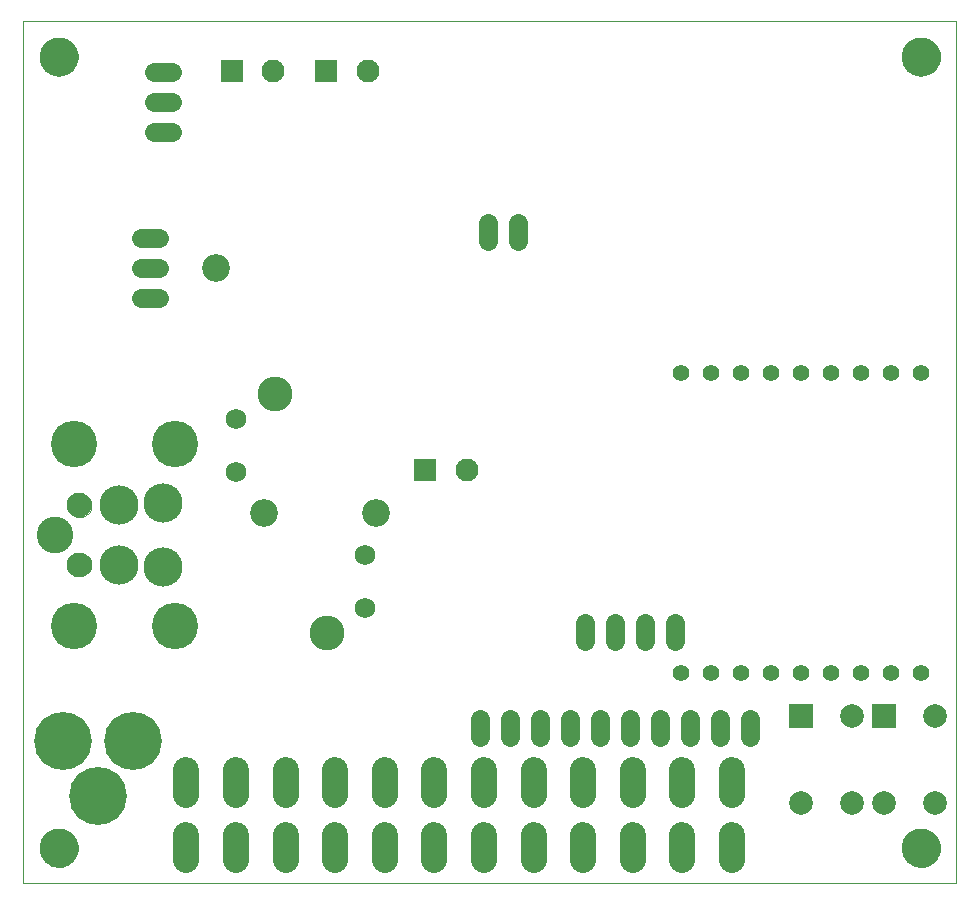
<source format=gbs>
G75*
%MOIN*%
%OFA0B0*%
%FSLAX24Y24*%
%IPPOS*%
%LPD*%
%AMOC8*
5,1,8,0,0,1.08239X$1,22.5*
%
%ADD10C,0.0000*%
%ADD11C,0.1300*%
%ADD12R,0.0768X0.0768*%
%ADD13C,0.0768*%
%ADD14C,0.0634*%
%ADD15C,0.0867*%
%ADD16R,0.0790X0.0790*%
%ADD17C,0.0790*%
%ADD18C,0.0640*%
%ADD19C,0.1930*%
%ADD20C,0.0926*%
%ADD21C,0.0690*%
%ADD22C,0.1162*%
%ADD23C,0.0555*%
%ADD24C,0.1306*%
%ADD25C,0.1221*%
%ADD26C,0.1542*%
%ADD27C,0.0827*%
D10*
X001306Y002003D02*
X001306Y030743D01*
X032408Y030743D01*
X032408Y002003D01*
X001306Y002003D01*
X001857Y003184D02*
X001859Y003234D01*
X001865Y003284D01*
X001875Y003333D01*
X001889Y003381D01*
X001906Y003428D01*
X001927Y003473D01*
X001952Y003517D01*
X001980Y003558D01*
X002012Y003597D01*
X002046Y003634D01*
X002083Y003668D01*
X002123Y003698D01*
X002165Y003725D01*
X002209Y003749D01*
X002255Y003770D01*
X002302Y003786D01*
X002350Y003799D01*
X002400Y003808D01*
X002449Y003813D01*
X002500Y003814D01*
X002550Y003811D01*
X002599Y003804D01*
X002648Y003793D01*
X002696Y003778D01*
X002742Y003760D01*
X002787Y003738D01*
X002830Y003712D01*
X002871Y003683D01*
X002910Y003651D01*
X002946Y003616D01*
X002978Y003578D01*
X003008Y003538D01*
X003035Y003495D01*
X003058Y003451D01*
X003077Y003405D01*
X003093Y003357D01*
X003105Y003308D01*
X003113Y003259D01*
X003117Y003209D01*
X003117Y003159D01*
X003113Y003109D01*
X003105Y003060D01*
X003093Y003011D01*
X003077Y002963D01*
X003058Y002917D01*
X003035Y002873D01*
X003008Y002830D01*
X002978Y002790D01*
X002946Y002752D01*
X002910Y002717D01*
X002871Y002685D01*
X002830Y002656D01*
X002787Y002630D01*
X002742Y002608D01*
X002696Y002590D01*
X002648Y002575D01*
X002599Y002564D01*
X002550Y002557D01*
X002500Y002554D01*
X002449Y002555D01*
X002400Y002560D01*
X002350Y002569D01*
X002302Y002582D01*
X002255Y002598D01*
X002209Y002619D01*
X002165Y002643D01*
X002123Y002670D01*
X002083Y002700D01*
X002046Y002734D01*
X002012Y002771D01*
X001980Y002810D01*
X001952Y002851D01*
X001927Y002895D01*
X001906Y002940D01*
X001889Y002987D01*
X001875Y003035D01*
X001865Y003084D01*
X001859Y003134D01*
X001857Y003184D01*
X002782Y012633D02*
X002784Y012672D01*
X002790Y012711D01*
X002800Y012749D01*
X002813Y012786D01*
X002830Y012821D01*
X002850Y012855D01*
X002874Y012886D01*
X002901Y012915D01*
X002930Y012941D01*
X002962Y012964D01*
X002996Y012984D01*
X003032Y013000D01*
X003069Y013012D01*
X003108Y013021D01*
X003147Y013026D01*
X003186Y013027D01*
X003225Y013024D01*
X003264Y013017D01*
X003301Y013006D01*
X003338Y012992D01*
X003373Y012974D01*
X003406Y012953D01*
X003437Y012928D01*
X003465Y012901D01*
X003490Y012871D01*
X003512Y012838D01*
X003531Y012804D01*
X003546Y012768D01*
X003558Y012730D01*
X003566Y012692D01*
X003570Y012653D01*
X003570Y012613D01*
X003566Y012574D01*
X003558Y012536D01*
X003546Y012498D01*
X003531Y012462D01*
X003512Y012428D01*
X003490Y012395D01*
X003465Y012365D01*
X003437Y012338D01*
X003406Y012313D01*
X003373Y012292D01*
X003338Y012274D01*
X003301Y012260D01*
X003264Y012249D01*
X003225Y012242D01*
X003186Y012239D01*
X003147Y012240D01*
X003108Y012245D01*
X003069Y012254D01*
X003032Y012266D01*
X002996Y012282D01*
X002962Y012302D01*
X002930Y012325D01*
X002901Y012351D01*
X002874Y012380D01*
X002850Y012411D01*
X002830Y012445D01*
X002813Y012480D01*
X002800Y012517D01*
X002790Y012555D01*
X002784Y012594D01*
X002782Y012633D01*
X002782Y014602D02*
X002784Y014641D01*
X002790Y014680D01*
X002800Y014718D01*
X002813Y014755D01*
X002830Y014790D01*
X002850Y014824D01*
X002874Y014855D01*
X002901Y014884D01*
X002930Y014910D01*
X002962Y014933D01*
X002996Y014953D01*
X003032Y014969D01*
X003069Y014981D01*
X003108Y014990D01*
X003147Y014995D01*
X003186Y014996D01*
X003225Y014993D01*
X003264Y014986D01*
X003301Y014975D01*
X003338Y014961D01*
X003373Y014943D01*
X003406Y014922D01*
X003437Y014897D01*
X003465Y014870D01*
X003490Y014840D01*
X003512Y014807D01*
X003531Y014773D01*
X003546Y014737D01*
X003558Y014699D01*
X003566Y014661D01*
X003570Y014622D01*
X003570Y014582D01*
X003566Y014543D01*
X003558Y014505D01*
X003546Y014467D01*
X003531Y014431D01*
X003512Y014397D01*
X003490Y014364D01*
X003465Y014334D01*
X003437Y014307D01*
X003406Y014282D01*
X003373Y014261D01*
X003338Y014243D01*
X003301Y014229D01*
X003264Y014218D01*
X003225Y014211D01*
X003186Y014208D01*
X003147Y014209D01*
X003108Y014214D01*
X003069Y014223D01*
X003032Y014235D01*
X002996Y014251D01*
X002962Y014271D01*
X002930Y014294D01*
X002901Y014320D01*
X002874Y014349D01*
X002850Y014380D01*
X002830Y014414D01*
X002813Y014449D01*
X002800Y014486D01*
X002790Y014524D01*
X002784Y014563D01*
X002782Y014602D01*
X001857Y029562D02*
X001859Y029612D01*
X001865Y029662D01*
X001875Y029711D01*
X001889Y029759D01*
X001906Y029806D01*
X001927Y029851D01*
X001952Y029895D01*
X001980Y029936D01*
X002012Y029975D01*
X002046Y030012D01*
X002083Y030046D01*
X002123Y030076D01*
X002165Y030103D01*
X002209Y030127D01*
X002255Y030148D01*
X002302Y030164D01*
X002350Y030177D01*
X002400Y030186D01*
X002449Y030191D01*
X002500Y030192D01*
X002550Y030189D01*
X002599Y030182D01*
X002648Y030171D01*
X002696Y030156D01*
X002742Y030138D01*
X002787Y030116D01*
X002830Y030090D01*
X002871Y030061D01*
X002910Y030029D01*
X002946Y029994D01*
X002978Y029956D01*
X003008Y029916D01*
X003035Y029873D01*
X003058Y029829D01*
X003077Y029783D01*
X003093Y029735D01*
X003105Y029686D01*
X003113Y029637D01*
X003117Y029587D01*
X003117Y029537D01*
X003113Y029487D01*
X003105Y029438D01*
X003093Y029389D01*
X003077Y029341D01*
X003058Y029295D01*
X003035Y029251D01*
X003008Y029208D01*
X002978Y029168D01*
X002946Y029130D01*
X002910Y029095D01*
X002871Y029063D01*
X002830Y029034D01*
X002787Y029008D01*
X002742Y028986D01*
X002696Y028968D01*
X002648Y028953D01*
X002599Y028942D01*
X002550Y028935D01*
X002500Y028932D01*
X002449Y028933D01*
X002400Y028938D01*
X002350Y028947D01*
X002302Y028960D01*
X002255Y028976D01*
X002209Y028997D01*
X002165Y029021D01*
X002123Y029048D01*
X002083Y029078D01*
X002046Y029112D01*
X002012Y029149D01*
X001980Y029188D01*
X001952Y029229D01*
X001927Y029273D01*
X001906Y029318D01*
X001889Y029365D01*
X001875Y029413D01*
X001865Y029462D01*
X001859Y029512D01*
X001857Y029562D01*
X030597Y029562D02*
X030599Y029612D01*
X030605Y029662D01*
X030615Y029711D01*
X030629Y029759D01*
X030646Y029806D01*
X030667Y029851D01*
X030692Y029895D01*
X030720Y029936D01*
X030752Y029975D01*
X030786Y030012D01*
X030823Y030046D01*
X030863Y030076D01*
X030905Y030103D01*
X030949Y030127D01*
X030995Y030148D01*
X031042Y030164D01*
X031090Y030177D01*
X031140Y030186D01*
X031189Y030191D01*
X031240Y030192D01*
X031290Y030189D01*
X031339Y030182D01*
X031388Y030171D01*
X031436Y030156D01*
X031482Y030138D01*
X031527Y030116D01*
X031570Y030090D01*
X031611Y030061D01*
X031650Y030029D01*
X031686Y029994D01*
X031718Y029956D01*
X031748Y029916D01*
X031775Y029873D01*
X031798Y029829D01*
X031817Y029783D01*
X031833Y029735D01*
X031845Y029686D01*
X031853Y029637D01*
X031857Y029587D01*
X031857Y029537D01*
X031853Y029487D01*
X031845Y029438D01*
X031833Y029389D01*
X031817Y029341D01*
X031798Y029295D01*
X031775Y029251D01*
X031748Y029208D01*
X031718Y029168D01*
X031686Y029130D01*
X031650Y029095D01*
X031611Y029063D01*
X031570Y029034D01*
X031527Y029008D01*
X031482Y028986D01*
X031436Y028968D01*
X031388Y028953D01*
X031339Y028942D01*
X031290Y028935D01*
X031240Y028932D01*
X031189Y028933D01*
X031140Y028938D01*
X031090Y028947D01*
X031042Y028960D01*
X030995Y028976D01*
X030949Y028997D01*
X030905Y029021D01*
X030863Y029048D01*
X030823Y029078D01*
X030786Y029112D01*
X030752Y029149D01*
X030720Y029188D01*
X030692Y029229D01*
X030667Y029273D01*
X030646Y029318D01*
X030629Y029365D01*
X030615Y029413D01*
X030605Y029462D01*
X030599Y029512D01*
X030597Y029562D01*
X030597Y003184D02*
X030599Y003234D01*
X030605Y003284D01*
X030615Y003333D01*
X030629Y003381D01*
X030646Y003428D01*
X030667Y003473D01*
X030692Y003517D01*
X030720Y003558D01*
X030752Y003597D01*
X030786Y003634D01*
X030823Y003668D01*
X030863Y003698D01*
X030905Y003725D01*
X030949Y003749D01*
X030995Y003770D01*
X031042Y003786D01*
X031090Y003799D01*
X031140Y003808D01*
X031189Y003813D01*
X031240Y003814D01*
X031290Y003811D01*
X031339Y003804D01*
X031388Y003793D01*
X031436Y003778D01*
X031482Y003760D01*
X031527Y003738D01*
X031570Y003712D01*
X031611Y003683D01*
X031650Y003651D01*
X031686Y003616D01*
X031718Y003578D01*
X031748Y003538D01*
X031775Y003495D01*
X031798Y003451D01*
X031817Y003405D01*
X031833Y003357D01*
X031845Y003308D01*
X031853Y003259D01*
X031857Y003209D01*
X031857Y003159D01*
X031853Y003109D01*
X031845Y003060D01*
X031833Y003011D01*
X031817Y002963D01*
X031798Y002917D01*
X031775Y002873D01*
X031748Y002830D01*
X031718Y002790D01*
X031686Y002752D01*
X031650Y002717D01*
X031611Y002685D01*
X031570Y002656D01*
X031527Y002630D01*
X031482Y002608D01*
X031436Y002590D01*
X031388Y002575D01*
X031339Y002564D01*
X031290Y002557D01*
X031240Y002554D01*
X031189Y002555D01*
X031140Y002560D01*
X031090Y002569D01*
X031042Y002582D01*
X030995Y002598D01*
X030949Y002619D01*
X030905Y002643D01*
X030863Y002670D01*
X030823Y002700D01*
X030786Y002734D01*
X030752Y002771D01*
X030720Y002810D01*
X030692Y002851D01*
X030667Y002895D01*
X030646Y002940D01*
X030629Y002987D01*
X030615Y003035D01*
X030605Y003084D01*
X030599Y003134D01*
X030597Y003184D01*
D11*
X031227Y003184D03*
X031227Y029562D03*
X002487Y029562D03*
X002487Y003184D03*
D12*
X014702Y015771D03*
X011408Y029082D03*
X008258Y029082D03*
D13*
X009636Y029082D03*
X012786Y029082D03*
X016080Y015771D03*
D14*
X006259Y027061D02*
X005666Y027061D01*
X005666Y028061D02*
X006259Y028061D01*
X006259Y029061D02*
X005666Y029061D01*
D15*
X006743Y005792D02*
X006743Y004965D01*
X006743Y003626D02*
X006743Y002800D01*
X008396Y002800D02*
X008396Y003626D01*
X008396Y004965D02*
X008396Y005792D01*
X010050Y005792D02*
X010050Y004965D01*
X010050Y003626D02*
X010050Y002800D01*
X011703Y002800D02*
X011703Y003626D01*
X011703Y004965D02*
X011703Y005792D01*
X013357Y005792D02*
X013357Y004965D01*
X013357Y003626D02*
X013357Y002800D01*
X015011Y002800D02*
X015011Y003626D01*
X015011Y004965D02*
X015011Y005792D01*
X016664Y005792D02*
X016664Y004965D01*
X016664Y003626D02*
X016664Y002800D01*
X018318Y002800D02*
X018318Y003626D01*
X018318Y004965D02*
X018318Y005792D01*
X019971Y005792D02*
X019971Y004965D01*
X019971Y003626D02*
X019971Y002800D01*
X021625Y002800D02*
X021625Y003626D01*
X021625Y004965D02*
X021625Y005792D01*
X023278Y005792D02*
X023278Y004965D01*
X023278Y003626D02*
X023278Y002800D01*
X024932Y002800D02*
X024932Y003626D01*
X024932Y004965D02*
X024932Y005792D01*
D16*
X027228Y007587D03*
X029984Y007587D03*
D17*
X028928Y007587D03*
X031684Y007587D03*
X031684Y004687D03*
X029984Y004687D03*
X028928Y004687D03*
X027228Y004687D03*
D18*
X025536Y006893D02*
X025536Y007493D01*
X024536Y007493D02*
X024536Y006893D01*
X023536Y006893D02*
X023536Y007493D01*
X022536Y007493D02*
X022536Y006893D01*
X021536Y006893D02*
X021536Y007493D01*
X020536Y007493D02*
X020536Y006893D01*
X019536Y006893D02*
X019536Y007493D01*
X018536Y007493D02*
X018536Y006893D01*
X017536Y006893D02*
X017536Y007493D01*
X016536Y007493D02*
X016536Y006893D01*
X020036Y010093D02*
X020036Y010693D01*
X021036Y010693D02*
X021036Y010093D01*
X022036Y010093D02*
X022036Y010693D01*
X023036Y010693D02*
X023036Y010093D01*
X017806Y023432D02*
X017806Y024032D01*
X016806Y024032D02*
X016806Y023432D01*
X005844Y023513D02*
X005244Y023513D01*
X005244Y022513D02*
X005844Y022513D01*
X005844Y021513D02*
X005244Y021513D01*
D19*
X004964Y006767D03*
X003782Y004917D03*
X002641Y006767D03*
D20*
X009329Y014341D03*
X013070Y014341D03*
X007725Y022513D03*
D21*
X008404Y017491D03*
X008404Y015719D03*
X012696Y012963D03*
X012696Y011192D03*
D22*
X011416Y010365D03*
X009684Y018318D03*
D23*
X023213Y019027D03*
X024213Y019027D03*
X025213Y019027D03*
X026213Y019027D03*
X027213Y019027D03*
X028213Y019027D03*
X029213Y019027D03*
X030213Y019027D03*
X031213Y019027D03*
X031213Y009027D03*
X030213Y009027D03*
X029213Y009027D03*
X028213Y009027D03*
X027213Y009027D03*
X026213Y009027D03*
X025213Y009027D03*
X024213Y009027D03*
X023213Y009027D03*
D24*
X005971Y012535D03*
X004495Y012633D03*
X004495Y014602D03*
X005971Y014700D03*
D25*
X002369Y013618D03*
D26*
X002999Y016649D03*
X006345Y016649D03*
X006345Y010586D03*
X002999Y010586D03*
D27*
X003176Y012633D03*
X003176Y014602D03*
M02*

</source>
